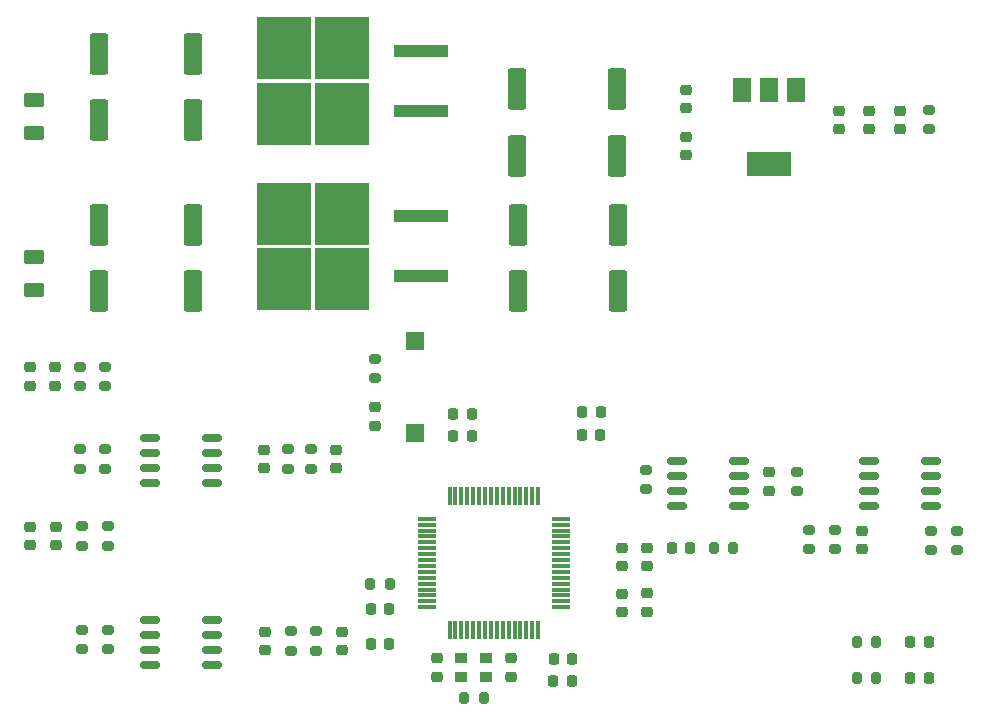
<source format=gbr>
%TF.GenerationSoftware,KiCad,Pcbnew,(6.0.2)*%
%TF.CreationDate,2022-04-13T00:32:55+08:00*%
%TF.ProjectId,wave_generator,77617665-5f67-4656-9e65-7261746f722e,rev?*%
%TF.SameCoordinates,Original*%
%TF.FileFunction,Paste,Top*%
%TF.FilePolarity,Positive*%
%FSLAX46Y46*%
G04 Gerber Fmt 4.6, Leading zero omitted, Abs format (unit mm)*
G04 Created by KiCad (PCBNEW (6.0.2)) date 2022-04-13 00:32:55*
%MOMM*%
%LPD*%
G01*
G04 APERTURE LIST*
G04 Aperture macros list*
%AMRoundRect*
0 Rectangle with rounded corners*
0 $1 Rounding radius*
0 $2 $3 $4 $5 $6 $7 $8 $9 X,Y pos of 4 corners*
0 Add a 4 corners polygon primitive as box body*
4,1,4,$2,$3,$4,$5,$6,$7,$8,$9,$2,$3,0*
0 Add four circle primitives for the rounded corners*
1,1,$1+$1,$2,$3*
1,1,$1+$1,$4,$5*
1,1,$1+$1,$6,$7*
1,1,$1+$1,$8,$9*
0 Add four rect primitives between the rounded corners*
20,1,$1+$1,$2,$3,$4,$5,0*
20,1,$1+$1,$4,$5,$6,$7,0*
20,1,$1+$1,$6,$7,$8,$9,0*
20,1,$1+$1,$8,$9,$2,$3,0*%
G04 Aperture macros list end*
%ADD10RoundRect,0.218750X-0.256250X0.218750X-0.256250X-0.218750X0.256250X-0.218750X0.256250X0.218750X0*%
%ADD11RoundRect,0.218750X0.218750X0.256250X-0.218750X0.256250X-0.218750X-0.256250X0.218750X-0.256250X0*%
%ADD12RoundRect,0.075000X0.075000X-0.700000X0.075000X0.700000X-0.075000X0.700000X-0.075000X-0.700000X0*%
%ADD13RoundRect,0.075000X0.700000X-0.075000X0.700000X0.075000X-0.700000X0.075000X-0.700000X-0.075000X0*%
%ADD14RoundRect,0.225000X0.225000X0.250000X-0.225000X0.250000X-0.225000X-0.250000X0.225000X-0.250000X0*%
%ADD15RoundRect,0.200000X0.275000X-0.200000X0.275000X0.200000X-0.275000X0.200000X-0.275000X-0.200000X0*%
%ADD16RoundRect,0.225000X-0.225000X-0.250000X0.225000X-0.250000X0.225000X0.250000X-0.225000X0.250000X0*%
%ADD17RoundRect,0.225000X0.250000X-0.225000X0.250000X0.225000X-0.250000X0.225000X-0.250000X-0.225000X0*%
%ADD18R,1.500000X1.500000*%
%ADD19RoundRect,0.225000X-0.250000X0.225000X-0.250000X-0.225000X0.250000X-0.225000X0.250000X0.225000X0*%
%ADD20R,4.600000X1.100000*%
%ADD21R,4.550000X5.250000*%
%ADD22RoundRect,0.150000X-0.675000X-0.150000X0.675000X-0.150000X0.675000X0.150000X-0.675000X0.150000X0*%
%ADD23RoundRect,0.250000X-0.550000X1.500000X-0.550000X-1.500000X0.550000X-1.500000X0.550000X1.500000X0*%
%ADD24RoundRect,0.200000X-0.275000X0.200000X-0.275000X-0.200000X0.275000X-0.200000X0.275000X0.200000X0*%
%ADD25R,1.000000X0.900000*%
%ADD26RoundRect,0.200000X0.200000X0.275000X-0.200000X0.275000X-0.200000X-0.275000X0.200000X-0.275000X0*%
%ADD27RoundRect,0.250000X0.625000X-0.375000X0.625000X0.375000X-0.625000X0.375000X-0.625000X-0.375000X0*%
%ADD28RoundRect,0.250000X0.550000X-1.500000X0.550000X1.500000X-0.550000X1.500000X-0.550000X-1.500000X0*%
%ADD29RoundRect,0.200000X-0.200000X-0.275000X0.200000X-0.275000X0.200000X0.275000X-0.200000X0.275000X0*%
%ADD30R,1.500000X2.000000*%
%ADD31R,3.800000X2.000000*%
G04 APERTURE END LIST*
D10*
%TO.C,power*%
X184300000Y-74012500D03*
X184300000Y-75587500D03*
%TD*%
D11*
%TO.C,freq*%
X186787500Y-122000000D03*
X185212500Y-122000000D03*
%TD*%
%TO.C,amp*%
X186787500Y-119000000D03*
X185212500Y-119000000D03*
%TD*%
D12*
%TO.C,U8*%
X146200000Y-117975000D03*
X146700000Y-117975000D03*
X147200000Y-117975000D03*
X147700000Y-117975000D03*
X148200000Y-117975000D03*
X148700000Y-117975000D03*
X149200000Y-117975000D03*
X149700000Y-117975000D03*
X150200000Y-117975000D03*
X150700000Y-117975000D03*
X151200000Y-117975000D03*
X151700000Y-117975000D03*
X152200000Y-117975000D03*
X152700000Y-117975000D03*
X153200000Y-117975000D03*
X153700000Y-117975000D03*
D13*
X155625000Y-116050000D03*
X155625000Y-115550000D03*
X155625000Y-115050000D03*
X155625000Y-114550000D03*
X155625000Y-114050000D03*
X155625000Y-113550000D03*
X155625000Y-113050000D03*
X155625000Y-112550000D03*
X155625000Y-112050000D03*
X155625000Y-111550000D03*
X155625000Y-111050000D03*
X155625000Y-110550000D03*
X155625000Y-110050000D03*
X155625000Y-109550000D03*
X155625000Y-109050000D03*
X155625000Y-108550000D03*
D12*
X153700000Y-106625000D03*
X153200000Y-106625000D03*
X152700000Y-106625000D03*
X152200000Y-106625000D03*
X151700000Y-106625000D03*
X151200000Y-106625000D03*
X150700000Y-106625000D03*
X150200000Y-106625000D03*
X149700000Y-106625000D03*
X149200000Y-106625000D03*
X148700000Y-106625000D03*
X148200000Y-106625000D03*
X147700000Y-106625000D03*
X147200000Y-106625000D03*
X146700000Y-106625000D03*
X146200000Y-106625000D03*
D13*
X144275000Y-108550000D03*
X144275000Y-109050000D03*
X144275000Y-109550000D03*
X144275000Y-110050000D03*
X144275000Y-110550000D03*
X144275000Y-111050000D03*
X144275000Y-111550000D03*
X144275000Y-112050000D03*
X144275000Y-112550000D03*
X144275000Y-113050000D03*
X144275000Y-113550000D03*
X144275000Y-114050000D03*
X144275000Y-114550000D03*
X144275000Y-115050000D03*
X144275000Y-115550000D03*
X144275000Y-116050000D03*
%TD*%
D14*
%TO.C,C32*%
X156550000Y-120400000D03*
X155000000Y-120400000D03*
%TD*%
D15*
%TO.C,R11*%
X115100000Y-119625000D03*
X115100000Y-117975000D03*
%TD*%
D16*
%TO.C,C33*%
X157425000Y-101500000D03*
X158975000Y-101500000D03*
%TD*%
D17*
%TO.C,C11*%
X179200000Y-75575000D03*
X179200000Y-74025000D03*
%TD*%
D18*
%TO.C,RST1*%
X143300000Y-93500000D03*
X143300000Y-101300000D03*
%TD*%
D19*
%TO.C,C24*%
X160800000Y-111025000D03*
X160800000Y-112575000D03*
%TD*%
D20*
%TO.C,U2*%
X143775000Y-82960000D03*
X143775000Y-88040000D03*
D21*
X137050000Y-82725000D03*
X132200000Y-88275000D03*
X132200000Y-82725000D03*
X137050000Y-88275000D03*
%TD*%
D15*
%TO.C,R4*%
X114900000Y-104325000D03*
X114900000Y-102675000D03*
%TD*%
D22*
%TO.C,U4*%
X120875000Y-101695000D03*
X120875000Y-102965000D03*
X120875000Y-104235000D03*
X120875000Y-105505000D03*
X126125000Y-105505000D03*
X126125000Y-104235000D03*
X126125000Y-102965000D03*
X126125000Y-101695000D03*
%TD*%
D23*
%TO.C,C5*%
X116500000Y-83700000D03*
X116500000Y-89300000D03*
%TD*%
D22*
%TO.C,U5*%
X120875000Y-117095000D03*
X120875000Y-118365000D03*
X120875000Y-119635000D03*
X120875000Y-120905000D03*
X126125000Y-120905000D03*
X126125000Y-119635000D03*
X126125000Y-118365000D03*
X126125000Y-117095000D03*
%TD*%
D17*
%TO.C,C22*%
X145150000Y-121925000D03*
X145150000Y-120375000D03*
%TD*%
D24*
%TO.C,R24*%
X186800000Y-75575000D03*
X186800000Y-73925000D03*
%TD*%
D22*
%TO.C,U6*%
X165425000Y-103645000D03*
X165425000Y-104915000D03*
X165425000Y-106185000D03*
X165425000Y-107455000D03*
X170675000Y-107455000D03*
X170675000Y-106185000D03*
X170675000Y-104915000D03*
X170675000Y-103645000D03*
%TD*%
D19*
%TO.C,C23*%
X151400000Y-120375000D03*
X151400000Y-121925000D03*
%TD*%
D15*
%TO.C,R18*%
X162850000Y-106075000D03*
X162850000Y-104425000D03*
%TD*%
D25*
%TO.C,X1*%
X149325000Y-120375000D03*
X147175000Y-120375000D03*
X147175000Y-121925000D03*
X149325000Y-121925000D03*
%TD*%
D16*
%TO.C,C26*%
X165025000Y-111000000D03*
X166575000Y-111000000D03*
%TD*%
D26*
%TO.C,R14*%
X141125000Y-114050000D03*
X139475000Y-114050000D03*
%TD*%
D24*
%TO.C,R15*%
X139850000Y-95025000D03*
X139850000Y-96675000D03*
%TD*%
D27*
%TO.C,F1*%
X111000000Y-75900000D03*
X111000000Y-73100000D03*
%TD*%
D24*
%TO.C,R6*%
X134500000Y-102675000D03*
X134500000Y-104325000D03*
%TD*%
D28*
%TO.C,C2*%
X116500000Y-74800000D03*
X116500000Y-69200000D03*
%TD*%
D15*
%TO.C,R19*%
X175650000Y-106225000D03*
X175650000Y-104575000D03*
%TD*%
D19*
%TO.C,C28*%
X181100000Y-109575000D03*
X181100000Y-111125000D03*
%TD*%
D17*
%TO.C,C27*%
X173250000Y-106175000D03*
X173250000Y-104625000D03*
%TD*%
D27*
%TO.C,F2*%
X111000000Y-89200000D03*
X111000000Y-86400000D03*
%TD*%
D19*
%TO.C,C25*%
X162900000Y-111025000D03*
X162900000Y-112575000D03*
%TD*%
D15*
%TO.C,R22*%
X187000000Y-111225000D03*
X187000000Y-109575000D03*
%TD*%
D29*
%TO.C,R26*%
X182325000Y-122000000D03*
X180675000Y-122000000D03*
%TD*%
D19*
%TO.C,C21*%
X139850000Y-99125000D03*
X139850000Y-100675000D03*
%TD*%
%TO.C,C10*%
X166200000Y-72215000D03*
X166200000Y-73765000D03*
%TD*%
%TO.C,C31*%
X160800000Y-114900000D03*
X160800000Y-116450000D03*
%TD*%
%TO.C,C36*%
X162900000Y-114875000D03*
X162900000Y-116425000D03*
%TD*%
D23*
%TO.C,C4*%
X160400000Y-72200000D03*
X160400000Y-77800000D03*
%TD*%
D14*
%TO.C,C29*%
X141075000Y-116200000D03*
X139525000Y-116200000D03*
%TD*%
%TO.C,C34*%
X141075000Y-119150000D03*
X139525000Y-119150000D03*
%TD*%
D19*
%TO.C,C14*%
X112800000Y-95725000D03*
X112800000Y-97275000D03*
%TD*%
D22*
%TO.C,U7*%
X181675000Y-103645000D03*
X181675000Y-104915000D03*
X181675000Y-106185000D03*
X181675000Y-107455000D03*
X186925000Y-107455000D03*
X186925000Y-106185000D03*
X186925000Y-104915000D03*
X186925000Y-103645000D03*
%TD*%
D26*
%TO.C,R17*%
X170225000Y-111000000D03*
X168575000Y-111000000D03*
%TD*%
D24*
%TO.C,R13*%
X134900000Y-118075000D03*
X134900000Y-119725000D03*
%TD*%
D30*
%TO.C,U3*%
X175550000Y-72250000D03*
X173250000Y-72250000D03*
D31*
X173250000Y-78550000D03*
D30*
X170950000Y-72250000D03*
%TD*%
D19*
%TO.C,C16*%
X110700000Y-109225000D03*
X110700000Y-110775000D03*
%TD*%
%TO.C,C9*%
X166200000Y-76225000D03*
X166200000Y-77775000D03*
%TD*%
D15*
%TO.C,R2*%
X117000000Y-97325000D03*
X117000000Y-95675000D03*
%TD*%
D23*
%TO.C,C6*%
X124500000Y-83700000D03*
X124500000Y-89300000D03*
%TD*%
D19*
%TO.C,C13*%
X110700000Y-95725000D03*
X110700000Y-97275000D03*
%TD*%
D15*
%TO.C,R9*%
X117300000Y-119625000D03*
X117300000Y-117975000D03*
%TD*%
D16*
%TO.C,C38*%
X157450000Y-99550000D03*
X159000000Y-99550000D03*
%TD*%
D17*
%TO.C,C12*%
X181750000Y-75575000D03*
X181750000Y-74025000D03*
%TD*%
%TO.C,C18*%
X130600000Y-119675000D03*
X130600000Y-118125000D03*
%TD*%
D24*
%TO.C,R12*%
X132800000Y-118075000D03*
X132800000Y-119725000D03*
%TD*%
D19*
%TO.C,C17*%
X112900000Y-109225000D03*
X112900000Y-110775000D03*
%TD*%
D24*
%TO.C,R20*%
X178850000Y-109475000D03*
X178850000Y-111125000D03*
%TD*%
D17*
%TO.C,C19*%
X136550000Y-104275000D03*
X136550000Y-102725000D03*
%TD*%
D26*
%TO.C,R16*%
X149075000Y-123750000D03*
X147425000Y-123750000D03*
%TD*%
D20*
%TO.C,U1*%
X143775000Y-68960000D03*
X143775000Y-74040000D03*
D21*
X137050000Y-74275000D03*
X137050000Y-68725000D03*
X132200000Y-74275000D03*
X132200000Y-68725000D03*
%TD*%
D16*
%TO.C,C30*%
X146525000Y-101550000D03*
X148075000Y-101550000D03*
%TD*%
D28*
%TO.C,C7*%
X160500000Y-89300000D03*
X160500000Y-83700000D03*
%TD*%
D15*
%TO.C,R1*%
X114900000Y-97325000D03*
X114900000Y-95675000D03*
%TD*%
%TO.C,R7*%
X115100000Y-110825000D03*
X115100000Y-109175000D03*
%TD*%
D17*
%TO.C,C20*%
X137050000Y-119675000D03*
X137050000Y-118125000D03*
%TD*%
D28*
%TO.C,C8*%
X152000000Y-89300000D03*
X152000000Y-83700000D03*
%TD*%
D14*
%TO.C,C37*%
X156525000Y-122250000D03*
X154975000Y-122250000D03*
%TD*%
D15*
%TO.C,R3*%
X117000000Y-104325000D03*
X117000000Y-102675000D03*
%TD*%
D29*
%TO.C,R25*%
X182325000Y-119000000D03*
X180675000Y-119000000D03*
%TD*%
D17*
%TO.C,C15*%
X130500000Y-104275000D03*
X130500000Y-102725000D03*
%TD*%
D24*
%TO.C,R21*%
X176650000Y-109475000D03*
X176650000Y-111125000D03*
%TD*%
D15*
%TO.C,R23*%
X189200000Y-111225000D03*
X189200000Y-109575000D03*
%TD*%
D16*
%TO.C,C35*%
X148075000Y-99650000D03*
X146525000Y-99650000D03*
%TD*%
D28*
%TO.C,C1*%
X124500000Y-74800000D03*
X124500000Y-69200000D03*
%TD*%
D23*
%TO.C,C3*%
X151900000Y-72200000D03*
X151900000Y-77800000D03*
%TD*%
D24*
%TO.C,R5*%
X132500000Y-102675000D03*
X132500000Y-104325000D03*
%TD*%
%TO.C,R8*%
X117300000Y-109175000D03*
X117300000Y-110825000D03*
%TD*%
M02*

</source>
